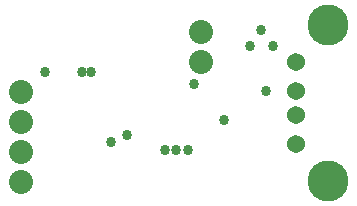
<source format=gbs>
G75*
%MOIN*%
%OFA0B0*%
%FSLAX25Y25*%
%IPPOS*%
%LPD*%
%AMOC8*
5,1,8,0,0,1.08239X$1,22.5*
%
%ADD10C,0.06033*%
%ADD11C,0.13655*%
%ADD12C,0.08000*%
%ADD13C,0.03378*%
D10*
X0102205Y0025472D03*
X0102205Y0035315D03*
X0102205Y0043189D03*
X0102205Y0053031D03*
D11*
X0112874Y0065118D03*
X0112874Y0013386D03*
D12*
X0010315Y0012874D03*
X0010315Y0022874D03*
X0010315Y0032874D03*
X0010315Y0042874D03*
X0070315Y0052874D03*
X0070315Y0062874D03*
D13*
X0086693Y0058150D03*
X0094370Y0058150D03*
X0090630Y0063661D03*
X0068189Y0045748D03*
X0092205Y0043189D03*
X0078228Y0033740D03*
X0066024Y0023504D03*
X0062087Y0023504D03*
X0058346Y0023504D03*
X0045748Y0028720D03*
X0040630Y0026161D03*
X0033740Y0049488D03*
X0030787Y0049488D03*
X0018583Y0049488D03*
M02*

</source>
